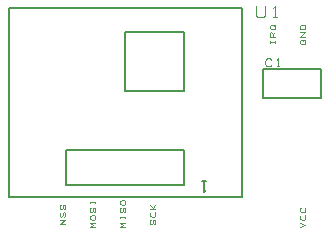
<source format=gto>
G04 EasyPC Gerber Version 21.0.3 Build 4286 *
G04 #@! TF.Part,Single*
G04 #@! TF.FileFunction,Legend,Top *
G04 #@! TF.FilePolarity,Positive *
%FSLAX35Y35*%
%MOIN*%
%ADD14C,0.00100*%
%ADD77C,0.00385*%
%ADD28C,0.00400*%
%ADD12C,0.00500*%
%ADD125C,0.00600*%
%ADD13C,0.00800*%
X0Y0D02*
D02*
D12*
X133500Y60781D02*
Y51181D01*
X114100*
Y60781*
X133500*
D02*
D13*
X48615Y21922D02*
X87985D01*
Y33733*
X48615*
Y21922*
X68300Y53418D02*
X87985D01*
Y73103*
X68300*
Y53418*
X107080Y80977D02*
Y17985D01*
X29520*
Y80977*
X107080*
D02*
D14*
X48331Y8981D02*
X46456D01*
X48331Y10544*
X46456*
X47863Y11481D02*
X48175Y11637D01*
X48331Y11950*
Y12575*
X48175Y12887*
X47863Y13044*
X47550Y12887*
X47394Y12575*
Y11950*
X47237Y11637*
X46925Y11481*
X46613Y11637*
X46456Y11950*
Y12575*
X46613Y12887*
X46925Y13044*
X47863Y13981D02*
X48175Y14137D01*
X48331Y14450*
Y15075*
X48175Y15387*
X47863Y15544*
X47550Y15387*
X47394Y15075*
Y14450*
X47237Y14137*
X46925Y13981*
X46613Y14137*
X46456Y14450*
Y15075*
X46613Y15387*
X46925Y15544*
X58331Y7981D02*
X56456D01*
X57394Y8762*
X56456Y9544*
X58331*
X57706Y10481D02*
X57081D01*
X56769Y10637*
X56613Y10794*
X56456Y11106*
Y11419*
X56613Y11731*
X56769Y11887*
X57081Y12044*
X57706*
X58019Y11887*
X58175Y11731*
X58331Y11419*
Y11106*
X58175Y10794*
X58019Y10637*
X57706Y10481*
X57863Y12981D02*
X58175Y13137D01*
X58331Y13450*
Y14075*
X58175Y14387*
X57863Y14544*
X57550Y14387*
X57394Y14075*
Y13450*
X57237Y13137*
X56925Y12981*
X56613Y13137*
X56456Y13450*
Y14075*
X56613Y14387*
X56925Y14544*
X58331Y15950D02*
Y16575D01*
Y16262D02*
X56456D01*
Y15950D02*
Y16575D01*
X68331Y7981D02*
X66456D01*
X67394Y8762*
X66456Y9544*
X68331*
Y10950D02*
Y11575D01*
Y11262D02*
X66456D01*
Y10950D02*
Y11575D01*
X67863Y12981D02*
X68175Y13137D01*
X68331Y13450*
Y14075*
X68175Y14387*
X67863Y14544*
X67550Y14387*
X67394Y14075*
Y13450*
X67237Y13137*
X66925Y12981*
X66613Y13137*
X66456Y13450*
Y14075*
X66613Y14387*
X66925Y14544*
X67706Y15481D02*
X67081D01*
X66769Y15637*
X66613Y15794*
X66456Y16106*
Y16419*
X66613Y16731*
X66769Y16887*
X67081Y17044*
X67706*
X68019Y16887*
X68175Y16731*
X68331Y16419*
Y16106*
X68175Y15794*
X68019Y15637*
X67706Y15481*
X77863Y8981D02*
X78175Y9137D01*
X78331Y9450*
Y10075*
X78175Y10387*
X77863Y10544*
X77550Y10387*
X77394Y10075*
Y9450*
X77237Y9137*
X76925Y8981*
X76613Y9137*
X76456Y9450*
Y10075*
X76613Y10387*
X76925Y10544*
X78019Y13044D02*
X78175Y12887D01*
X78331Y12575*
Y12106*
X78175Y11794*
X78019Y11637*
X77706Y11481*
X77081*
X76769Y11637*
X76613Y11794*
X76456Y12106*
Y12575*
X76613Y12887*
X76769Y13044*
X78331Y13981D02*
X76456D01*
X77394D02*
Y14450D01*
X76456Y15544*
X77394Y14450D02*
X78331Y15544D01*
X118331Y69450D02*
Y70075D01*
Y69762D02*
X116456D01*
Y69450D02*
Y70075D01*
X118331Y71481D02*
X116456D01*
Y72575*
X116613Y72887*
X116925Y73044*
X117237Y72887*
X117394Y72575*
Y71481*
Y72575D02*
X118331Y73044D01*
X117706Y73981D02*
X117081D01*
X116769Y74137*
X116613Y74294*
X116456Y74606*
Y74919*
X116613Y75231*
X116769Y75387*
X117081Y75544*
X117706*
X118019Y75387*
X118175Y75231*
X118331Y74919*
Y74606*
X118175Y74294*
X118019Y74137*
X117706Y73981*
X117863Y75075D02*
X118331Y75544D01*
X126456Y7981D02*
X128331Y8762D01*
X126456Y9544*
X128019Y12044D02*
X128175Y11887D01*
X128331Y11575*
Y11106*
X128175Y10794*
X128019Y10637*
X127706Y10481*
X127081*
X126769Y10637*
X126613Y10794*
X126456Y11106*
Y11575*
X126613Y11887*
X126769Y12044*
X128019Y14544D02*
X128175Y14387D01*
X128331Y14075*
Y13606*
X128175Y13294*
X128019Y13137*
X127706Y12981*
X127081*
X126769Y13137*
X126613Y13294*
X126456Y13606*
Y14075*
X126613Y14387*
X126769Y14544*
X127550Y70075D02*
Y70544D01*
X127706*
X128019Y70387*
X128175Y70231*
X128331Y69919*
Y69606*
X128175Y69294*
X128019Y69137*
X127706Y68981*
X127081*
X126769Y69137*
X126613Y69294*
X126456Y69606*
Y69919*
X126613Y70231*
X126769Y70387*
X127081Y70544*
X128331Y71481D02*
X126456D01*
X128331Y73044*
X126456*
X128331Y73981D02*
X126456D01*
Y74919*
X126613Y75231*
X126769Y75387*
X127081Y75544*
X127706*
X128019Y75387*
X128175Y75231*
X128331Y74919*
Y73981*
D02*
D28*
X111800Y81669D02*
Y78856D01*
X112113Y78231*
X112737Y77919*
X113987*
X114613Y78231*
X114925Y78856*
Y81669*
X117425Y77919D02*
X118675D01*
X118050D02*
Y81669D01*
X117425Y81044*
D02*
D77*
X116987Y62075D02*
X116769Y61856D01*
X116331Y61637*
X115675*
X115237Y61856*
X115019Y62075*
X114800Y62512*
Y63387*
X115019Y63825*
X115237Y64044*
X115675Y64262*
X116331*
X116769Y64044*
X116987Y63825*
X118737Y61637D02*
X119613D01*
X119175D02*
Y64262D01*
X118737Y63825*
D02*
D125*
X95175Y23544D02*
X93925D01*
X94550D02*
Y19794D01*
X95175Y20419*
X0Y0D02*
M02*

</source>
